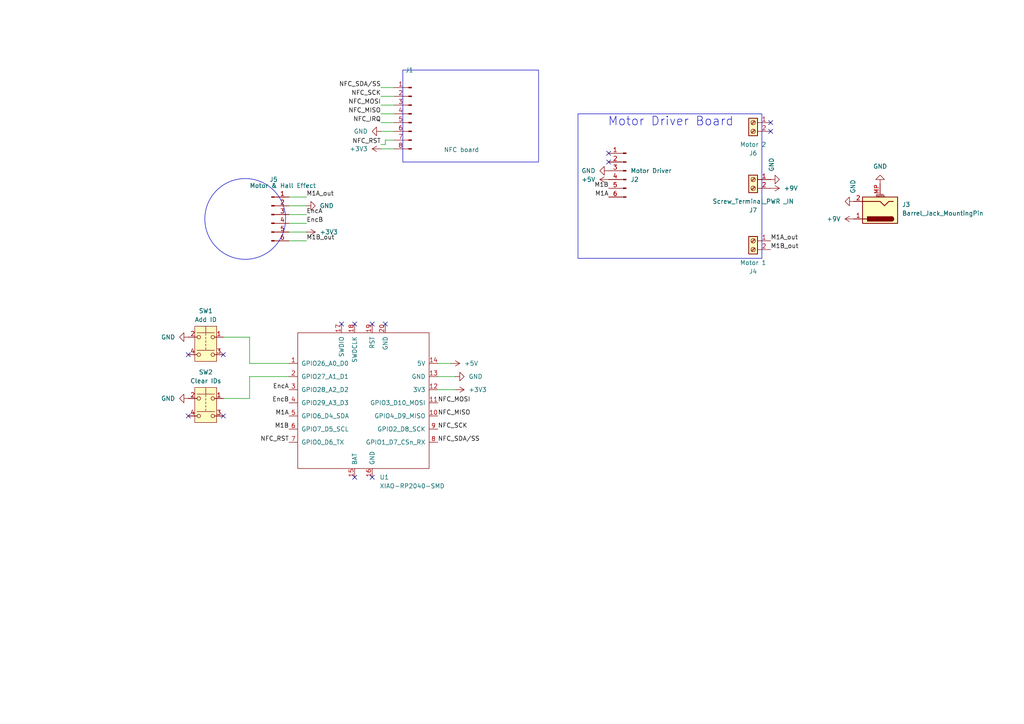
<source format=kicad_sch>
(kicad_sch (version 20250114) (generator "eeschema") (generator_version "9.0")
  (paper "A4")
  (lib_symbols
    (symbol "Connector:Barrel_Jack_MountingPin" (pin_names (hide yes))
      (property "Reference" "J" (at 0 5.334 0))
      (property "Value" "Barrel_Jack_MountingPin" (at 1.27 -6.35 0))
      (symbol "Barrel_Jack_MountingPin_0_1"
        (rectangle (start -5.08 3.81) (end 5.08 -3.81) (stroke (width 0.254)) (fill (type background)))
        (polyline (pts (xy -3.81 -2.54) (xy -2.54 -2.54) (xy -1.27 -1.27) (xy 0 -2.54) (xy 2.54 -2.54) (xy 5.08 -2.54)) (stroke (width 0.254)))
        (arc (start -3.302 1.905) (mid -3.9343 2.54) (end -3.302 3.175) (stroke (width 0.254)))
        (arc (start -3.302 1.905) (mid -3.9343 2.54) (end -3.302 3.175) (stroke (width 0.254)) (fill (type outline)))
        (rectangle (start 3.683 3.175) (end -3.302 1.905) (stroke (width 0.254)) (fill (type outline)))
        (polyline (pts (xy 5.08 2.54) (xy 3.81 2.54)) (stroke (width 0.254)))
      )
      (symbol "Barrel_Jack_MountingPin_1_1"
        (polyline (pts (xy -1.016 -4.572) (xy 1.016 -4.572)) (stroke (width 0.1524)))
        (text "Mounting" (at 0 -4.191 0) (effects (font (size 0.381 0.381))))
        (pin passive line (at 0 -7.62 90) (length 3.048) (name "MountPin") (number "MP"))
        (pin passive line (at 7.62 2.54 180) (length 2.54) (name "~") (number "1"))
        (pin passive line (at 7.62 -2.54 180) (length 2.54) (name "~") (number "2"))
      )
    )
    (symbol "Connector:Conn_01x06_Pin" (pin_names (offset 1.016) (hide yes))
      (property "Reference" "J" (at 0 7.62 0))
      (property "Value" "Conn_01x06_Pin" (at 0 -10.16 0))
      (symbol "Conn_01x06_Pin_1_1"
        (rectangle (start 0.8636 5.207) (end 0 4.953) (stroke (width 0.1524)) (fill (type outline)))
        (rectangle (start 0.8636 2.667) (end 0 2.413) (stroke (width 0.1524)) (fill (type outline)))
        (rectangle (start 0.8636 0.127) (end 0 -0.127) (stroke (width 0.1524)) (fill (type outline)))
        (rectangle (start 0.8636 -2.413) (end 0 -2.667) (stroke (width 0.1524)) (fill (type outline)))
        (rectangle (start 0.8636 -4.953) (end 0 -5.207) (stroke (width 0.1524)) (fill (type outline)))
        (rectangle (start 0.8636 -7.493) (end 0 -7.747) (stroke (width 0.1524)) (fill (type outline)))
        (polyline (pts (xy 1.27 5.08) (xy 0.8636 5.08)) (stroke (width 0.1524)))
        (polyline (pts (xy 1.27 2.54) (xy 0.8636 2.54)) (stroke (width 0.1524)))
        (polyline (pts (xy 1.27 0) (xy 0.8636 0)) (stroke (width 0.1524)))
        (polyline (pts (xy 1.27 -2.54) (xy 0.8636 -2.54)) (stroke (width 0.1524)))
        (polyline (pts (xy 1.27 -5.08) (xy 0.8636 -5.08)) (stroke (width 0.1524)))
        (polyline (pts (xy 1.27 -7.62) (xy 0.8636 -7.62)) (stroke (width 0.1524)))
        (pin passive line (at 5.08 5.08 180) (length 3.81) (name "Pin_1") (number "1"))
        (pin passive line (at 5.08 2.54 180) (length 3.81) (name "Pin_2") (number "2"))
        (pin passive line (at 5.08 0 180) (length 3.81) (name "Pin_3") (number "3"))
        (pin passive line (at 5.08 -2.54 180) (length 3.81) (name "Pin_4") (number "4"))
        (pin passive line (at 5.08 -5.08 180) (length 3.81) (name "Pin_5") (number "5"))
        (pin passive line (at 5.08 -7.62 180) (length 3.81) (name "Pin_6") (number "6"))
      )
    )
    (symbol "Connector:Conn_01x08_Pin" (pin_names (offset 1.016) (hide yes))
      (property "Reference" "J" (at 0 10.16 0))
      (property "Value" "Conn_01x08_Pin" (at 0 -12.7 0))
      (symbol "Conn_01x08_Pin_1_1"
        (rectangle (start 0.8636 7.747) (end 0 7.493) (stroke (width 0.1524)) (fill (type outline)))
        (rectangle (start 0.8636 5.207) (end 0 4.953) (stroke (width 0.1524)) (fill (type outline)))
        (rectangle (start 0.8636 2.667) (end 0 2.413) (stroke (width 0.1524)) (fill (type outline)))
        (rectangle (start 0.8636 0.127) (end 0 -0.127) (stroke (width 0.1524)) (fill (type outline)))
        (rectangle (start 0.8636 -2.413) (end 0 -2.667) (stroke (width 0.1524)) (fill (type outline)))
        (rectangle (start 0.8636 -4.953) (end 0 -5.207) (stroke (width 0.1524)) (fill (type outline)))
        (rectangle (start 0.8636 -7.493) (end 0 -7.747) (stroke (width 0.1524)) (fill (type outline)))
        (rectangle (start 0.8636 -10.033) (end 0 -10.287) (stroke (width 0.1524)) (fill (type outline)))
        (polyline (pts (xy 1.27 7.62) (xy 0.8636 7.62)) (stroke (width 0.1524)))
        (polyline (pts (xy 1.27 5.08) (xy 0.8636 5.08)) (stroke (width 0.1524)))
        (polyline (pts (xy 1.27 2.54) (xy 0.8636 2.54)) (stroke (width 0.1524)))
        (polyline (pts (xy 1.27 0) (xy 0.8636 0)) (stroke (width 0.1524)))
        (polyline (pts (xy 1.27 -2.54) (xy 0.8636 -2.54)) (stroke (width 0.1524)))
        (polyline (pts (xy 1.27 -5.08) (xy 0.8636 -5.08)) (stroke (width 0.1524)))
        (polyline (pts (xy 1.27 -7.62) (xy 0.8636 -7.62)) (stroke (width 0.1524)))
        (polyline (pts (xy 1.27 -10.16) (xy 0.8636 -10.16)) (stroke (width 0.1524)))
        (pin passive line (at 5.08 7.62 180) (length 3.81) (name "Pin_1") (number "1"))
        (pin passive line (at 5.08 5.08 180) (length 3.81) (name "Pin_2") (number "2"))
        (pin passive line (at 5.08 2.54 180) (length 3.81) (name "Pin_3") (number "3"))
        (pin passive line (at 5.08 0 180) (length 3.81) (name "Pin_4") (number "4"))
        (pin passive line (at 5.08 -2.54 180) (length 3.81) (name "Pin_5") (number "5"))
        (pin passive line (at 5.08 -5.08 180) (length 3.81) (name "Pin_6") (number "6"))
        (pin passive line (at 5.08 -7.62 180) (length 3.81) (name "Pin_7") (number "7"))
        (pin passive line (at 5.08 -10.16 180) (length 3.81) (name "Pin_8") (number "8"))
      )
    )
    (symbol "Connector:Screw_Terminal_01x02" (pin_names (offset 1.016) (hide yes))
      (property "Reference" "J" (at 0 2.54 0))
      (property "Value" "Screw_Terminal_01x02" (at 0 -5.08 0))
      (symbol "Screw_Terminal_01x02_1_1"
        (rectangle (start -1.27 1.27) (end 1.27 -3.81) (stroke (width 0.254)) (fill (type background)))
        (polyline (pts (xy -0.5334 0.3302) (xy 0.3302 -0.508)) (stroke (width 0.1524)))
        (polyline (pts (xy -0.5334 -2.2098) (xy 0.3302 -3.048)) (stroke (width 0.1524)))
        (polyline (pts (xy -0.3556 0.508) (xy 0.508 -0.3302)) (stroke (width 0.1524)))
        (polyline (pts (xy -0.3556 -2.032) (xy 0.508 -2.8702)) (stroke (width 0.1524)))
        (circle (center 0 0) (radius 0.635) (stroke (width 0.1524)))
        (circle (center 0 -2.54) (radius 0.635) (stroke (width 0.1524)))
        (pin passive line (at -5.08 0 0) (length 3.81) (name "Pin_1") (number "1"))
        (pin passive line (at -5.08 -2.54 0) (length 3.81) (name "Pin_2") (number "2"))
      )
    )
    (symbol "SEEED_XIAO:XIAO-RP2040-SMD" (pin_names (offset 1.016))
      (property "Reference" "U" (at -18.542 23.114 0))
      (property "Value" "XIAO-RP2040-SMD" (at -8.382 21.336 0))
      (symbol "XIAO-RP2040-SMD_0_1"
        (rectangle (start 19.05 -19.05) (end -19.05 20.32))
      )
      (symbol "XIAO-RP2040-SMD_1_1"
        (pin passive line (at -21.59 11.43 0) (length 2.54) (name "GPIO26_A0_D0") (number "1"))
        (pin passive line (at -21.59 7.62 0) (length 2.54) (name "GPIO27_A1_D1") (number "2"))
        (pin passive line (at -21.59 3.81 0) (length 2.54) (name "GPIO28_A2_D2") (number "3"))
        (pin passive line (at -21.59 0 0) (length 2.54) (name "GPIO29_A3_D3") (number "4"))
        (pin passive line (at -21.59 -3.81 0) (length 2.54) (name "GPIO6_D4_SDA") (number "5"))
        (pin passive line (at -21.59 -7.62 0) (length 2.54) (name "GPIO7_D5_SCL") (number "6"))
        (pin passive line (at -21.59 -11.43 0) (length 2.54) (name "GPIO0_D6_TX") (number "7"))
        (pin passive line (at -6.35 22.86 270) (length 2.54) (name "SWDIO") (number "17"))
        (pin passive line (at -2.54 22.86 270) (length 2.54) (name "SWDCLK") (number "18"))
        (pin passive line (at -2.54 -21.59 90) (length 2.54) (name "BAT") (number "15"))
        (pin passive line (at 2.54 22.86 270) (length 2.54) (name "RST") (number "19"))
        (pin passive line (at 2.54 -21.59 90) (length 2.54) (name "GND") (number "16"))
        (pin passive line (at 6.35 22.86 270) (length 2.54) (name "GND") (number "20"))
        (pin passive line (at 21.59 11.43 180) (length 2.54) (name "5V") (number "14"))
        (pin passive line (at 21.59 7.62 180) (length 2.54) (name "GND") (number "13"))
        (pin passive line (at 21.59 3.81 180) (length 2.54) (name "3V3") (number "12"))
        (pin passive line (at 21.59 0 180) (length 2.54) (name "GPIO3_D10_MOSI") (number "11"))
        (pin passive line (at 21.59 -3.81 180) (length 2.54) (name "GPIO4_D9_MISO") (number "10"))
        (pin passive line (at 21.59 -7.62 180) (length 2.54) (name "GPIO2_D8_SCK") (number "9"))
        (pin passive line (at 21.59 -11.43 180) (length 2.54) (name "GPIO1_D7_CSn_RX") (number "8"))
      )
    )
    (symbol "Switch:SW_Push_Dual" (pin_names (offset 1.016) (hide yes))
      (property "Reference" "SW" (at 0 7.62 0))
      (property "Value" "SW_Push_Dual" (at 0 -6.35 0))
      (symbol "SW_Push_Dual_0_1"
        (circle (center -2.032 2.54) (radius 0.508))
        (circle (center -2.032 -2.54) (radius 0.508))
        (polyline (pts (xy 0 3.81) (xy 0 5.588)))
        (polyline (pts (xy 0 3.048) (xy 0 3.556)))
        (polyline (pts (xy 0 2.032) (xy 0 2.54)))
        (polyline (pts (xy 0 1.016) (xy 0 1.524)))
        (polyline (pts (xy 0 0.508) (xy 0 0)))
        (polyline (pts (xy 0 -0.508) (xy 0 -1.016)))
        (circle (center 2.032 2.54) (radius 0.508))
        (circle (center 2.032 -2.54) (radius 0.508))
        (polyline (pts (xy 2.54 3.81) (xy -2.54 3.81)))
        (polyline (pts (xy 2.54 -1.27) (xy -2.54 -1.27)))
        (pin passive line (at -5.08 2.54 0) (length 2.54) (name "1") (number "1"))
        (pin passive line (at -5.08 -2.54 0) (length 2.54) (name "3") (number "3"))
        (pin passive line (at 5.08 2.54 180) (length 2.54) (name "2") (number "2"))
        (pin passive line (at 5.08 -2.54 180) (length 2.54) (name "4") (number "4"))
      )
      (symbol "SW_Push_Dual_1_1"
        (rectangle (start -3.175 5.715) (end 3.175 -4.445) (fill (type background)))
      )
    )
    (symbol "power:+3V3" (power) (pin_numbers (hide yes)) (pin_names (offset 0) (hide yes))
      (property "Value" "+3V3" (at 0 3.556 0))
      (symbol "+3V3_0_1"
        (polyline (pts (xy -0.762 1.27) (xy 0 2.54)))
        (polyline (pts (xy 0 2.54) (xy 0.762 1.27)))
        (polyline (pts (xy 0 0) (xy 0 2.54)))
      )
      (symbol "+3V3_1_1"
        (pin power_in line (at 0 0 90) (length 0) (name "~") (number "1"))
      )
    )
    (symbol "power:+5V" (power) (pin_numbers (hide yes)) (pin_names (offset 0) (hide yes))
      (property "Value" "+5V" (at 0 3.556 0))
      (symbol "+5V_0_1"
        (polyline (pts (xy -0.762 1.27) (xy 0 2.54)))
        (polyline (pts (xy 0 2.54) (xy 0.762 1.27)))
        (polyline (pts (xy 0 0) (xy 0 2.54)))
      )
      (symbol "+5V_1_1"
        (pin power_in line (at 0 0 90) (length 0) (name "~") (number "1"))
      )
    )
    (symbol "power:+9V" (power) (pin_numbers (hide yes)) (pin_names (offset 0) (hide yes))
      (property "Value" "+9V" (at 0 3.556 0))
      (symbol "+9V_0_1"
        (polyline (pts (xy -0.762 1.27) (xy 0 2.54)))
        (polyline (pts (xy 0 2.54) (xy 0.762 1.27)))
        (polyline (pts (xy 0 0) (xy 0 2.54)))
      )
      (symbol "+9V_1_1"
        (pin power_in line (at 0 0 90) (length 0) (name "~") (number "1"))
      )
    )
    (symbol "power:GND" (power) (pin_numbers (hide yes)) (pin_names (offset 0) (hide yes))
      (property "Value" "GND" (at 0 -3.81 0))
      (symbol "GND_0_1"
        (polyline (pts (xy 0 0) (xy 0 -1.27) (xy 1.27 -1.27) (xy 0 -2.54) (xy -1.27 -1.27) (xy 0 -1.27)))
      )
      (symbol "GND_1_1"
        (pin power_in line (at 0 0 270) (length 0) (name "~") (number "1"))
      )
    )
  )
  (rectangle (start 167.64 74.93) (end 220.98 33.02))
  (rectangle (start 116.84 20.32) (end 156.21 46.99))
  (circle (center 71.12 63.5) (radius 11.7088))
  (text "Motor Driver Board" (at 194.564 35.306 0) (effects (font (size 2.54 2.54))))
  (no_connect (at 99.06 93.98))
  (no_connect (at 54.61 102.87))
  (no_connect (at 102.87 93.98))
  (no_connect (at 64.77 120.65))
  (no_connect (at 102.87 138.43))
  (no_connect (at 223.52 35.56))
  (no_connect (at 107.95 93.98))
  (no_connect (at 107.95 138.43))
  (no_connect (at 176.53 46.99))
  (no_connect (at 54.61 120.65))
  (no_connect (at 111.76 93.98))
  (no_connect (at 176.53 44.45))
  (no_connect (at 223.52 38.1))
  (no_connect (at 64.77 102.87))
  (wire (pts (xy 72.39 97.79) (xy 64.77 97.79)))
  (wire (pts (xy 130.81 105.41) (xy 127 105.41)))
  (wire (pts (xy 111.76 41.91) (xy 111.76 40.64)))
  (wire (pts (xy 132.08 109.22) (xy 127 109.22)))
  (wire (pts (xy 72.39 109.22) (xy 72.39 115.57)))
  (wire (pts (xy 83.82 64.77) (xy 88.9 64.77)))
  (wire (pts (xy 83.82 62.23) (xy 88.9 62.23)))
  (wire (pts (xy 83.82 109.22) (xy 72.39 109.22)))
  (wire (pts (xy 83.82 69.85) (xy 88.9 69.85)))
  (wire (pts (xy 114.3 35.56) (xy 110.49 35.56)))
  (wire (pts (xy 114.3 38.1) (xy 110.49 38.1)))
  (wire (pts (xy 114.3 27.94) (xy 110.49 27.94)))
  (wire (pts (xy 111.76 41.91) (xy 110.49 41.91)))
  (wire (pts (xy 127 113.03) (xy 132.08 113.03)))
  (wire (pts (xy 83.82 59.69) (xy 88.9 59.69)))
  (wire (pts (xy 114.3 43.18) (xy 110.49 43.18)))
  (wire (pts (xy 83.82 67.31) (xy 88.9 67.31)))
  (wire (pts (xy 88.9 57.15) (xy 83.82 57.15)))
  (wire (pts (xy 83.82 105.41) (xy 72.39 105.41)))
  (wire (pts (xy 111.76 40.64) (xy 114.3 40.64)))
  (wire (pts (xy 114.3 30.48) (xy 110.49 30.48)))
  (wire (pts (xy 72.39 115.57) (xy 64.77 115.57)))
  (wire (pts (xy 72.39 105.41) (xy 72.39 97.79)))
  (wire (pts (xy 114.3 25.4) (xy 110.49 25.4)))
  (wire (pts (xy 114.3 33.02) (xy 110.49 33.02)))
  (label "M1A_out" (at 88.9 57.15 0))
  (label "M1A_out" (at 223.52 69.85 0))
  (label "NFC_RST" (at 110.49 41.91 180))
  (label "M1B" (at 176.53 54.61 180))
  (label "EncB" (at 83.82 116.84 180))
  (label "NFC_MOSI" (at 127 116.84 0))
  (label "EncA" (at 83.82 113.03 180))
  (label "M1B_out" (at 223.52 72.39 0))
  (label "M1A" (at 83.82 120.65 180))
  (label "NFC_SDA{slash}SS" (at 127 128.27 0))
  (label "NFC_SCK" (at 110.49 27.94 180))
  (label "EncA" (at 88.9 62.23 0))
  (label "M1B" (at 83.82 124.46 180))
  (label "NFC_MOSI" (at 110.49 30.48 180))
  (label "NFC_SDA{slash}SS" (at 110.49 25.4 180))
  (label "NFC_RST" (at 83.82 128.27 180))
  (label "NFC_MISO" (at 110.49 33.02 180))
  (label "NFC_IRQ" (at 110.49 35.56 180))
  (label "M1A" (at 176.53 57.15 180))
  (label "NFC_MISO" (at 127 120.65 0))
  (label "M1B_out" (at 88.9 69.85 0))
  (label "EncB" (at 88.9 64.77 0))
  (label "NFC_SCK" (at 127 124.46 0))
  (symbol (lib_id "power:GND") (at 247.65 58.42 270) (unit 1)
    (property "Reference" "#PWR08" (effects (hide yes)))
    (property "Value" "GND" (at 247.396 54.102 0))
    (property "Description" "Power symbol creates a global label with name \"GND\" , ground" (effects (hide yes)))
  )
  (symbol (lib_id "SEEED_XIAO:XIAO-RP2040-SMD") (at 105.41 116.84 0) (unit 1)
    (property "Reference" "U1" (at 110.0933 138.43 0) (effects (justify left)))
    (property "Value" "XIAO-RP2040-SMD" (at 110.0933 140.97 0) (effects (justify left)))
  )
  (symbol (lib_id "power:GND") (at 132.08 109.22 90) (unit 1)
    (property "Reference" "#PWR04" (effects (hide yes)))
    (property "Value" "GND" (at 135.89 109.2199 90) (effects (justify right)))
    (property "Description" "Power symbol creates a global label with name \"GND\" , ground" (effects (hide yes)))
  )
  (symbol (lib_id "Connector:Conn_01x08_Pin") (at 119.38 33.02 0) (mirror y) (unit 1)
    (property "Reference" "J1" (at 118.745 20.32 0))
    (property "Value" "NFC board" (at 133.858 43.434 0))
    (property "Description" "Generic connector, single row, 01x08, script generated" (effects (hide yes)))
  )
  (symbol (lib_id "power:GND") (at 54.61 97.79 270) (mirror x) (unit 1)
    (property "Reference" "#PWR06" (effects (hide yes)))
    (property "Value" "GND" (at 50.8 97.7899 90) (effects (justify right)))
    (property "Description" "Power symbol creates a global label with name \"GND\" , ground" (effects (hide yes)))
  )
  (symbol (lib_id "power:+9V") (at 223.52 54.61 270) (mirror x) (unit 1)
    (property "Reference" "#PWR016" (effects (hide yes)))
    (property "Value" "+9V" (at 227.33 54.6099 90) (effects (justify left)))
    (property "Description" "Power symbol creates a global label with name \"+9V\"" (effects (hide yes)))
  )
  (symbol (lib_id "Connector:Conn_01x06_Pin") (at 181.61 49.53 0) (mirror y) (unit 1)
    (property "Reference" "J2" (at 182.88 52.0701 0) (effects (justify right)))
    (property "Value" "Motor Driver" (at 182.88 49.5301 0) (effects (justify right)))
    (property "Description" "Generic connector, single row, 01x06, script generated" (effects (hide yes)))
  )
  (symbol (lib_id "power:GND") (at 110.49 38.1 270) (mirror x) (unit 1)
    (property "Reference" "#PWR01" (effects (hide yes)))
    (property "Value" "GND" (at 106.68 38.0999 90) (effects (justify right)))
    (property "Description" "Power symbol creates a global label with name \"GND\" , ground" (effects (hide yes)))
  )
  (symbol (lib_id "Connector:Screw_Terminal_01x02") (at 218.44 52.07 0) (mirror y) (unit 1)
    (property "Reference" "J7" (at 218.44 60.96 0))
    (property "Value" "Screw_Terminal_PWR _IN" (at 218.44 58.42 0))
    (property "Description" "Generic screw terminal, single row, 01x02, script generated (kicad-library-utils/schlib/autogen/connector/)" (effects (hide yes)))
  )
  (symbol (lib_id "power:GND") (at 88.9 59.69 90) (unit 1)
    (property "Reference" "#PWR013" (effects (hide yes)))
    (property "Value" "GND" (at 92.71 59.6899 90) (effects (justify right)))
    (property "Description" "Power symbol creates a global label with name \"GND\" , ground" (effects (hide yes)))
  )
  (symbol (lib_id "power:+3V3") (at 88.9 67.31 270) (unit 1)
    (property "Reference" "#PWR014" (effects (hide yes)))
    (property "Value" "+3V3" (at 92.71 67.3099 90) (effects (justify left)))
    (property "Description" "Power symbol creates a global label with name \"+3V3\"" (effects (hide yes)))
  )
  (symbol (lib_id "Connector:Barrel_Jack_MountingPin") (at 255.27 60.96 180) (unit 1)
    (property "Reference" "J3" (at 261.62 59.3343 0) (effects (justify right)))
    (property "Value" "Barrel_Jack_MountingPin" (at 261.62 61.8743 0) (effects (justify right)))
    (property "Description" "DC Barrel Jack with a mounting pin" (effects (hide yes)))
  )
  (symbol (lib_id "power:+5V") (at 176.53 52.07 90) (unit 1)
    (property "Reference" "#PWR011" (effects (hide yes)))
    (property "Value" "+5V" (at 172.72 52.0701 90) (effects (justify left)))
    (property "Description" "Power symbol creates a global label with name \"+5V\"" (effects (hide yes)))
  )
  (symbol (lib_id "Connector:Screw_Terminal_01x02") (at 218.44 35.56 0) (mirror y) (unit 1)
    (property "Reference" "J6" (at 218.44 44.45 0))
    (property "Value" "Motor 2" (at 218.44 41.91 0))
    (property "Description" "Generic screw terminal, single row, 01x02, script generated (kicad-library-utils/schlib/autogen/connector/)" (effects (hide yes)))
  )
  (symbol (lib_id "power:GND") (at 223.52 52.07 90) (mirror x) (unit 1)
    (property "Reference" "#PWR015" (effects (hide yes)))
    (property "Value" "GND" (at 223.774 47.752 0))
    (property "Description" "Power symbol creates a global label with name \"GND\" , ground" (effects (hide yes)))
  )
  (symbol (lib_id "Connector:Conn_01x06_Pin") (at 78.74 62.23 0) (unit 1)
    (property "Reference" "J5" (at 79.375 52.07 0))
    (property "Value" "Motor & Hall Effect" (at 82.042 53.848 0))
    (property "Description" "Generic connector, single row, 01x06, script generated" (effects (hide yes)))
  )
  (symbol (lib_id "power:+5V") (at 130.81 105.41 270) (unit 1)
    (property "Reference" "#PWR03" (effects (hide yes)))
    (property "Value" "+5V" (at 134.62 105.4099 90) (effects (justify left)))
    (property "Description" "Power symbol creates a global label with name \"+5V\"" (effects (hide yes)))
  )
  (symbol (lib_id "Connector:Screw_Terminal_01x02") (at 218.44 69.85 0) (mirror y) (unit 1)
    (property "Reference" "J4" (at 218.44 78.74 0))
    (property "Value" "Motor 1" (at 218.44 76.2 0))
    (property "Description" "Generic screw terminal, single row, 01x02, script generated (kicad-library-utils/schlib/autogen/connector/)" (effects (hide yes)))
  )
  (symbol (lib_id "power:+3V3") (at 110.49 43.18 90) (mirror x) (unit 1)
    (property "Reference" "#PWR02" (effects (hide yes)))
    (property "Value" "+3V3" (at 106.68 43.1799 90) (effects (justify left)))
    (property "Description" "Power symbol creates a global label with name \"+3V3\"" (effects (hide yes)))
  )
  (symbol (lib_id "power:+3V3") (at 132.08 113.03 270) (unit 1)
    (property "Reference" "#PWR05" (effects (hide yes)))
    (property "Value" "+3V3" (at 135.89 113.0299 90) (effects (justify left)))
    (property "Description" "Power symbol creates a global label with name \"+3V3\"" (effects (hide yes)))
  )
  (symbol (lib_id "power:GND") (at 255.27 53.34 180) (unit 1)
    (property "Reference" "#PWR09" (effects (hide yes)))
    (property "Value" "GND" (at 255.27 48.26 0))
    (property "Description" "Power symbol creates a global label with name \"GND\" , ground" (effects (hide yes)))
  )
  (symbol (lib_id "power:GND") (at 54.61 115.57 270) (mirror x) (unit 1)
    (property "Reference" "#PWR07" (effects (hide yes)))
    (property "Value" "GND" (at 50.8 115.5699 90) (effects (justify right)))
    (property "Description" "Power symbol creates a global label with name \"GND\" , ground" (effects (hide yes)))
  )
  (symbol (lib_id "Switch:SW_Push_Dual") (at 59.69 100.33 0) (mirror y) (unit 1)
    (property "Reference" "SW1" (at 59.69 90.17 0))
    (property "Value" "Add ID" (at 59.69 92.71 0))
    (property "Description" "Push button switch, generic, symbol, four pins" (effects (hide yes)))
  )
  (symbol (lib_id "power:+9V") (at 247.65 63.5 90) (unit 1)
    (property "Reference" "#PWR010" (effects (hide yes)))
    (property "Value" "+9V" (at 243.84 63.4999 90) (effects (justify left)))
    (property "Description" "Power symbol creates a global label with name \"+9V\"" (effects (hide yes)))
  )
  (symbol (lib_id "Switch:SW_Push_Dual") (at 59.69 118.11 0) (mirror y) (unit 1)
    (property "Reference" "SW2" (at 59.69 107.95 0))
    (property "Value" "Clear IDs" (at 59.69 110.49 0))
    (property "Description" "Push button switch, generic, symbol, four pins" (effects (hide yes)))
  )
  (symbol (lib_id "power:GND") (at 176.53 49.53 270) (unit 1)
    (property "Reference" "#PWR012" (effects (hide yes)))
    (property "Value" "GND" (at 172.72 49.5301 90) (effects (justify right)))
    (property "Description" "Power symbol creates a global label with name \"GND\" , ground" (effects (hide yes)))
  )
)
</source>
